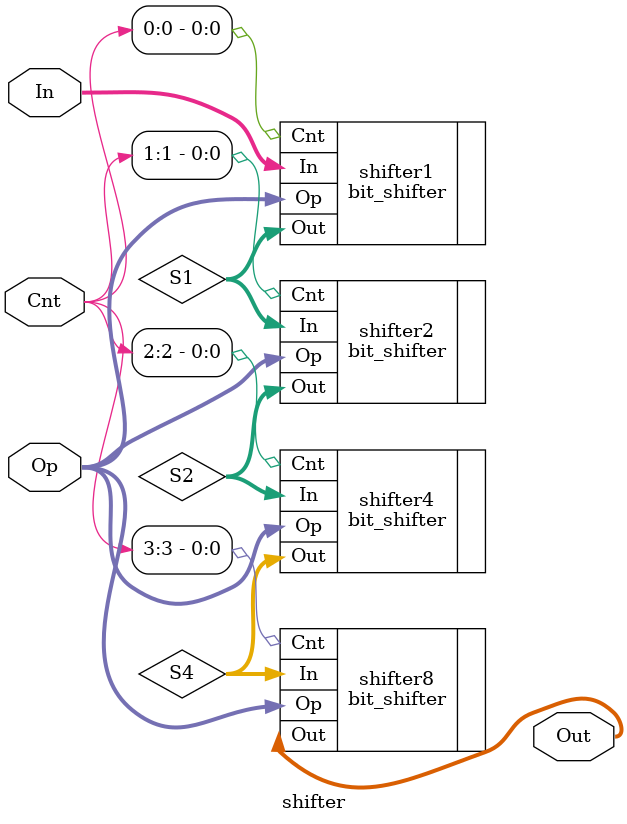
<source format=v>
module shifter (In, Cnt, Op, Out);
   
   input [15:0] In;
   input [3:0]  Cnt;
   input [1:0]  Op;
   output [15:0] Out;
   
   // the original input shifted 2, 4, and 8 bits
   wire [15:0] S1, S2, S4;
   
   // shifter modules that shifts by opcode a parameterized number of bits
   bit_shifter #(1) shifter1(.In(In), .Cnt(Cnt[0]), .Op(Op), .Out(S1));
   bit_shifter #(2) shifter2(.In(S1), .Cnt(Cnt[1]), .Op(Op), .Out(S2));
   bit_shifter #(4) shifter4(.In(S2), .Cnt(Cnt[2]), .Op(Op), .Out(S4));
   bit_shifter #(8) shifter8(.In(S4), .Cnt(Cnt[3]), .Op(Op), .Out(Out));

endmodule


</source>
